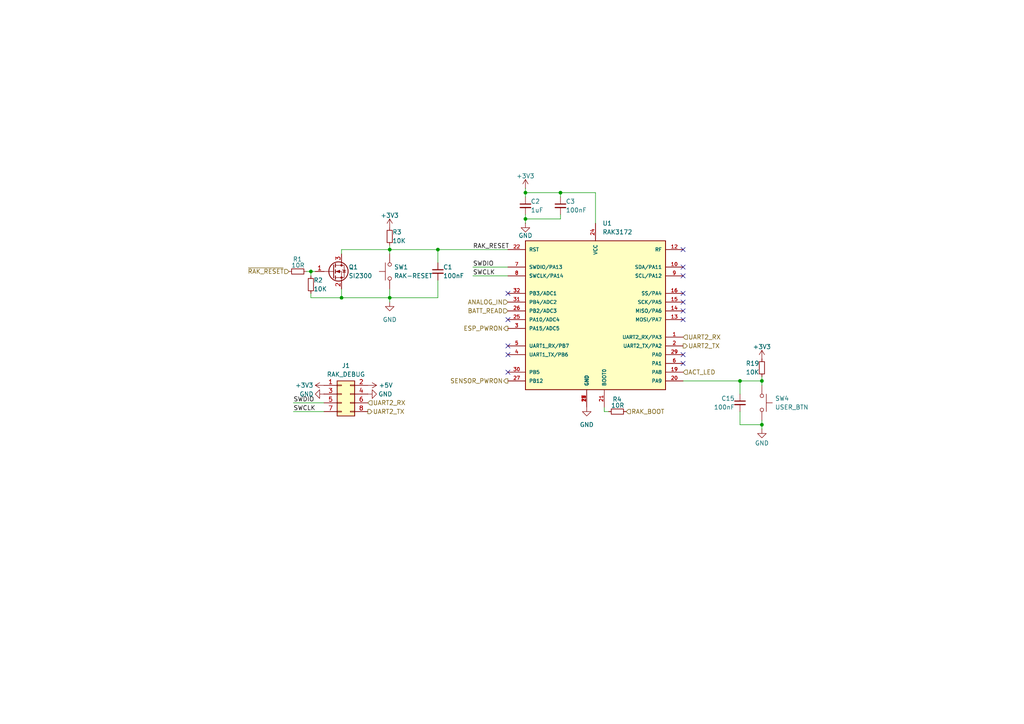
<source format=kicad_sch>
(kicad_sch (version 20231120) (generator "eeschema") (generator_version "8.0")
  (paper "A4")
  (lib_symbols
    (symbol "Connector_Generic:Conn_02x04_Odd_Even" (pin_names (offset 1.016) hide)
      (property "Reference" "J" (at 1.27 5.08 0))
      (property "Value" "Conn_02x04_Odd_Even" (at 1.27 -7.62 0))
      (symbol "Conn_02x04_Odd_Even_1_1"
        (rectangle (start -1.27 -4.953) (end 0 -5.207) (stroke (width 0.1524)))
        (rectangle (start -1.27 -2.413) (end 0 -2.667) (stroke (width 0.1524)))
        (rectangle (start -1.27 0.127) (end 0 -0.127) (stroke (width 0.1524)))
        (rectangle (start -1.27 2.667) (end 0 2.413) (stroke (width 0.1524)))
        (rectangle (start -1.27 3.81) (end 3.81 -6.35) (stroke (width 0.254)) (fill (type background)))
        (rectangle (start 3.81 -4.953) (end 2.54 -5.207) (stroke (width 0.1524)))
        (rectangle (start 3.81 -2.413) (end 2.54 -2.667) (stroke (width 0.1524)))
        (rectangle (start 3.81 0.127) (end 2.54 -0.127) (stroke (width 0.1524)))
        (rectangle (start 3.81 2.667) (end 2.54 2.413) (stroke (width 0.1524)))
        (pin passive line (at -5.08 2.54 0) (length 3.81) (name "Pin_1") (number "1"))
        (pin passive line (at 7.62 2.54 180) (length 3.81) (name "Pin_2") (number "2"))
        (pin passive line (at -5.08 0 0) (length 3.81) (name "Pin_3") (number "3"))
        (pin passive line (at 7.62 0 180) (length 3.81) (name "Pin_4") (number "4"))
        (pin passive line (at -5.08 -2.54 0) (length 3.81) (name "Pin_5") (number "5"))
        (pin passive line (at 7.62 -2.54 180) (length 3.81) (name "Pin_6") (number "6"))
        (pin passive line (at -5.08 -5.08 0) (length 3.81) (name "Pin_7") (number "7"))
        (pin passive line (at 7.62 -5.08 180) (length 3.81) (name "Pin_8") (number "8"))
      )
    )
    (symbol "Device:C_Small" (pin_numbers hide) (pin_names (offset 0.254) hide)
      (property "Reference" "C" (at 0.254 1.778 0))
      (property "Value" "C_Small" (at 0.254 -2.032 0))
      (symbol "C_Small_0_1"
        (polyline (pts (xy -1.524 -0.508) (xy 1.524 -0.508)) (stroke (width 0.3302)))
        (polyline (pts (xy -1.524 0.508) (xy 1.524 0.508)) (stroke (width 0.3048)))
      )
      (symbol "C_Small_1_1"
        (pin passive line (at 0 2.54 270) (length 2.032) (name "~") (number "1"))
        (pin passive line (at 0 -2.54 90) (length 2.032) (name "~") (number "2"))
      )
    )
    (symbol "Device:R_Small" (pin_numbers hide) (pin_names (offset 0.254) hide)
      (property "Reference" "R" (at 0.762 0.508 0))
      (property "Value" "R_Small" (at 0.762 -1.016 0))
      (symbol "R_Small_0_1"
        (rectangle (start -0.762 1.778) (end 0.762 -1.778) (stroke (width 0.2032)))
      )
      (symbol "R_Small_1_1"
        (pin passive line (at 0 2.54 270) (length 0.762) (name "~") (number "1"))
        (pin passive line (at 0 -2.54 90) (length 0.762) (name "~") (number "2"))
      )
    )
    (symbol "Libraries:RAK3172" (pin_names (offset 1.016))
      (property "Reference" "U" (at 0 0 0))
      (property "Value" "RAK3172" (at 0 0 0))
      (symbol "RAK3172_0_0"
        (rectangle (start 0 -2.54) (end 40.64 40.64) (stroke (width 0.254)) (fill (type background)))
        (pin bidirectional line (at 45.72 12.7 180) (length 5.08) (name "UART2_RX/PA3") (number "1"))
        (pin bidirectional line (at 45.72 33.02 180) (length 5.08) (name "SDA/PA11") (number "10"))
        (pin power_in line (at 17.78 -7.62 90) (length 5.08) (name "GND") (number "11"))
        (pin output line (at 45.72 38.1 180) (length 5.08) (name "RF") (number "12"))
        (pin bidirectional line (at 45.72 17.78 180) (length 5.08) (name "MOSI/PA7") (number "13"))
        (pin bidirectional line (at 45.72 20.32 180) (length 5.08) (name "MISO/PA6") (number "14"))
        (pin bidirectional line (at 45.72 22.86 180) (length 5.08) (name "SCK/PA5") (number "15"))
        (pin bidirectional line (at 45.72 25.4 180) (length 5.08) (name "SS/PA4") (number "16"))
        (pin power_in line (at 17.78 -7.62 90) (length 5.08) (name "GND") (number "17"))
        (pin power_in line (at 17.78 -7.62 90) (length 5.08) (name "GND") (number "18"))
        (pin bidirectional line (at 45.72 2.54 180) (length 5.08) (name "PA8") (number "19"))
        (pin bidirectional line (at 45.72 10.16 180) (length 5.08) (name "UART2_TX/PA2") (number "2"))
        (pin bidirectional line (at 45.72 0 180) (length 5.08) (name "PA9") (number "20"))
        (pin input line (at 22.86 -7.62 90) (length 5.08) (name "BOOT0") (number "21"))
        (pin input line (at -5.08 38.1 0) (length 5.08) (name "RST") (number "22"))
        (pin power_in line (at 17.78 -7.62 90) (length 5.08) (name "GND") (number "23"))
        (pin power_in line (at 20.32 45.72 270) (length 5.08) (name "VCC") (number "24"))
        (pin bidirectional line (at -5.08 17.78 0) (length 5.08) (name "PA10/ADC4") (number "25"))
        (pin bidirectional line (at -5.08 20.32 0) (length 5.08) (name "PB2/ADC3") (number "26"))
        (pin bidirectional line (at -5.08 0 0) (length 5.08) (name "PB12") (number "27"))
        (pin power_in line (at 17.78 -7.62 90) (length 5.08) (name "GND") (number "28"))
        (pin bidirectional line (at 45.72 7.62 180) (length 5.08) (name "PA0") (number "29"))
        (pin bidirectional line (at -5.08 15.24 0) (length 5.08) (name "PA15/ADC5") (number "3"))
        (pin bidirectional line (at -5.08 2.54 0) (length 5.08) (name "PB5") (number "30"))
        (pin bidirectional line (at -5.08 22.86 0) (length 5.08) (name "PB4/ADC2") (number "31"))
        (pin bidirectional line (at -5.08 25.4 0) (length 5.08) (name "PB3/ADC1") (number "32"))
        (pin bidirectional line (at -5.08 7.62 0) (length 5.08) (name "UART1_TX/PB6") (number "4"))
        (pin bidirectional line (at -5.08 10.16 0) (length 5.08) (name "UART1_RX/PB7") (number "5"))
        (pin bidirectional line (at 45.72 5.08 180) (length 5.08) (name "PA1") (number "6"))
        (pin bidirectional line (at -5.08 33.02 0) (length 5.08) (name "SWDIO/PA13") (number "7"))
        (pin bidirectional line (at -5.08 30.48 0) (length 5.08) (name "SWCLK/PA14") (number "8"))
        (pin bidirectional line (at 45.72 30.48 180) (length 5.08) (name "SCL/PA12") (number "9"))
      )
    )
    (symbol "Switch:SW_Push" (pin_numbers hide) (pin_names (offset 1.016) hide)
      (property "Reference" "SW" (at 1.27 2.54 0))
      (property "Value" "SW_Push" (at 0 -1.524 0))
      (symbol "SW_Push_0_1"
        (circle (center -2.032 0) (radius 0.508))
        (polyline (pts (xy 0 1.27) (xy 0 3.048)))
        (polyline (pts (xy 2.54 1.27) (xy -2.54 1.27)))
        (circle (center 2.032 0) (radius 0.508))
        (pin passive line (at -5.08 0 0) (length 2.54) (name "1") (number "1"))
        (pin passive line (at 5.08 0 180) (length 2.54) (name "2") (number "2"))
      )
    )
    (symbol "Transistor_FET:2N7002" (pin_names hide)
      (property "Reference" "Q" (at 5.08 1.905 0))
      (property "Value" "2N7002" (at 5.08 0 0))
      (symbol "2N7002_0_1"
        (polyline (pts (xy 0.254 0) (xy -2.54 0)))
        (polyline (pts (xy 0.254 1.905) (xy 0.254 -1.905)) (stroke (width 0.254)))
        (polyline (pts (xy 0.762 -1.27) (xy 0.762 -2.286)) (stroke (width 0.254)))
        (polyline (pts (xy 0.762 0.508) (xy 0.762 -0.508)) (stroke (width 0.254)))
        (polyline (pts (xy 0.762 2.286) (xy 0.762 1.27)) (stroke (width 0.254)))
        (polyline (pts (xy 2.54 2.54) (xy 2.54 1.778)))
        (polyline (pts (xy 2.54 -2.54) (xy 2.54 0) (xy 0.762 0)))
        (polyline (pts (xy 0.762 -1.778) (xy 3.302 -1.778) (xy 3.302 1.778) (xy 0.762 1.778)))
        (polyline (pts (xy 1.016 0) (xy 2.032 0.381) (xy 2.032 -0.381) (xy 1.016 0)) (fill (type outline)))
        (polyline (pts (xy 2.794 0.508) (xy 2.921 0.381) (xy 3.683 0.381) (xy 3.81 0.254)))
        (polyline (pts (xy 3.302 0.381) (xy 2.921 -0.254) (xy 3.683 -0.254) (xy 3.302 0.381)))
        (circle (center 1.651 0) (radius 2.794) (stroke (width 0.254)))
        (circle (center 2.54 -1.778) (radius 0.254) (fill (type outline)))
        (circle (center 2.54 1.778) (radius 0.254) (fill (type outline)))
      )
      (symbol "2N7002_1_1"
        (pin input line (at -5.08 0 0) (length 2.54) (name "G") (number "1"))
        (pin passive line (at 2.54 -5.08 90) (length 2.54) (name "S") (number "2"))
        (pin passive line (at 2.54 5.08 270) (length 2.54) (name "D") (number "3"))
      )
    )
    (symbol "power:+3V3" (power) (pin_numbers hide) (pin_names (offset 0) hide)
      (property "Value" "+3V3" (at 0 3.556 0))
      (symbol "+3V3_0_1"
        (polyline (pts (xy -0.762 1.27) (xy 0 2.54)))
        (polyline (pts (xy 0 0) (xy 0 2.54)))
        (polyline (pts (xy 0 2.54) (xy 0.762 1.27)))
      )
      (symbol "+3V3_1_1"
        (pin power_in line (at 0 0 90) (length 0) (name "~") (number "1"))
      )
    )
    (symbol "power:+5V" (power) (pin_names (offset 0))
      (property "Value" "+5V" (at 0 3.556 0))
      (symbol "+5V_0_1"
        (polyline (pts (xy -0.762 1.27) (xy 0 2.54)))
        (polyline (pts (xy 0 0) (xy 0 2.54)))
        (polyline (pts (xy 0 2.54) (xy 0.762 1.27)))
      )
      (symbol "+5V_1_1"
        (pin power_in line (at 0 0 90) (length 0) hide (name "+5V") (number "1"))
      )
    )
    (symbol "power:GND" (power) (pin_numbers hide) (pin_names (offset 0) hide)
      (property "Value" "GND" (at 0 -3.81 0))
      (symbol "GND_0_1"
        (polyline (pts (xy 0 0) (xy 0 -1.27) (xy 1.27 -1.27) (xy 0 -2.54) (xy -1.27 -1.27) (xy 0 -1.27)))
      )
      (symbol "GND_1_1"
        (pin power_in line (at 0 0 270) (length 0) (name "~") (number "1"))
      )
    )
  )
  (junction (at 90.17 78.74))
  (junction (at 220.98 123.19))
  (junction (at 162.56 55.88))
  (junction (at 220.98 110.49))
  (junction (at 152.4 63.5))
  (junction (at 127 72.39))
  (junction (at 99.06 86.36))
  (junction (at 113.03 72.39))
  (junction (at 152.4 55.88))
  (junction (at 214.63 110.49))
  (junction (at 113.03 86.36))
  (no_connect (at 198.12 90.17))
  (no_connect (at 198.12 102.87))
  (no_connect (at 147.32 92.71))
  (no_connect (at 147.32 107.95))
  (no_connect (at 147.32 100.33))
  (no_connect (at 198.12 92.71))
  (no_connect (at 198.12 80.01))
  (no_connect (at 147.32 85.09))
  (no_connect (at 198.12 77.47))
  (no_connect (at 198.12 105.41))
  (no_connect (at 147.32 102.87))
  (no_connect (at 198.12 72.39))
  (no_connect (at 198.12 85.09))
  (no_connect (at 198.12 87.63))
  (wire (pts (xy 172.72 55.88) (xy 162.56 55.88)))
  (wire (pts (xy 152.4 62.23) (xy 152.4 63.5)))
  (wire (pts (xy 99.06 72.39) (xy 113.03 72.39)))
  (wire (pts (xy 220.98 121.92) (xy 220.98 123.19)))
  (wire (pts (xy 214.63 110.49) (xy 214.63 114.3)))
  (wire (pts (xy 99.06 86.36) (xy 113.03 86.36)))
  (wire (pts (xy 152.4 63.5) (xy 152.4 64.77)))
  (wire (pts (xy 220.98 110.49) (xy 214.63 110.49)))
  (wire (pts (xy 88.9 78.74) (xy 90.17 78.74)))
  (wire (pts (xy 137.16 80.01) (xy 147.32 80.01)))
  (wire (pts (xy 85.09 116.84) (xy 93.98 116.84)))
  (wire (pts (xy 127 81.28) (xy 127 86.36)))
  (wire (pts (xy 214.63 119.38) (xy 214.63 123.19)))
  (wire (pts (xy 220.98 123.19) (xy 220.98 124.46)))
  (wire (pts (xy 175.26 119.38) (xy 176.53 119.38)))
  (wire (pts (xy 113.03 86.36) (xy 127 86.36)))
  (wire (pts (xy 172.72 64.77) (xy 172.72 55.88)))
  (wire (pts (xy 152.4 63.5) (xy 162.56 63.5)))
  (wire (pts (xy 113.03 86.36) (xy 113.03 87.63)))
  (wire (pts (xy 198.12 110.49) (xy 214.63 110.49)))
  (wire (pts (xy 113.03 83.82) (xy 113.03 86.36)))
  (wire (pts (xy 99.06 73.66) (xy 99.06 72.39)))
  (wire (pts (xy 220.98 111.76) (xy 220.98 110.49)))
  (wire (pts (xy 99.06 83.82) (xy 99.06 86.36)))
  (wire (pts (xy 90.17 80.01) (xy 90.17 78.74)))
  (wire (pts (xy 220.98 123.19) (xy 214.63 123.19)))
  (wire (pts (xy 162.56 55.88) (xy 162.56 57.15)))
  (wire (pts (xy 113.03 71.12) (xy 113.03 72.39)))
  (wire (pts (xy 152.4 57.15) (xy 152.4 55.88)))
  (wire (pts (xy 152.4 55.88) (xy 162.56 55.88)))
  (wire (pts (xy 113.03 73.66) (xy 113.03 72.39)))
  (wire (pts (xy 152.4 54.61) (xy 152.4 55.88)))
  (wire (pts (xy 137.16 77.47) (xy 147.32 77.47)))
  (wire (pts (xy 175.26 119.38) (xy 175.26 118.11)))
  (wire (pts (xy 162.56 63.5) (xy 162.56 62.23)))
  (wire (pts (xy 220.98 109.22) (xy 220.98 110.49)))
  (wire (pts (xy 85.09 119.38) (xy 93.98 119.38)))
  (wire (pts (xy 90.17 85.09) (xy 90.17 86.36)))
  (wire (pts (xy 90.17 78.74) (xy 91.44 78.74)))
  (wire (pts (xy 113.03 72.39) (xy 127 72.39)))
  (wire (pts (xy 127 72.39) (xy 127 76.2)))
  (wire (pts (xy 90.17 86.36) (xy 99.06 86.36)))
  (wire (pts (xy 127 72.39) (xy 147.32 72.39)))
  (label "SWCLK" (at 85.09 119.38 0))
  (label "SWCLK" (at 137.16 80.01 0))
  (label "SWDIO" (at 137.16 77.47 0))
  (label "SWDIO" (at 85.09 116.84 0))
  (label "RAK_RESET" (at 137.16 72.39 0))
  (hierarchical_label "UART2_RX" (shape input) (at 198.12 97.79 0))
  (hierarchical_label "ESP_PWRON" (shape output) (at 147.32 95.25 180))
  (hierarchical_label "UART2_TX" (shape output) (at 198.12 100.33 0))
  (hierarchical_label "~{RAK_RESET}" (shape input) (at 83.82 78.74 180))
  (hierarchical_label "SENSOR_PWRON" (shape output) (at 147.32 110.49 180))
  (hierarchical_label "UART2_TX" (shape output) (at 106.68 119.38 0))
  (hierarchical_label "ACT_LED" (shape input) (at 198.12 107.95 0))
  (hierarchical_label "RAK_BOOT" (shape input) (at 181.61 119.38 0))
  (hierarchical_label "ANALOG_IN" (shape input) (at 147.32 87.63 180))
  (hierarchical_label "BATT_READ" (shape input) (at 147.32 90.17 180))
  (hierarchical_label "UART2_RX" (shape input) (at 106.68 116.84 0))
  (symbol (lib_id "Switch:SW_Push") (at 113.03 78.74 90) (unit 1)
    (property "Reference" "SW1" (at 114.3 77.4699 90) (effects (justify right)))
    (property "Value" "RAK-RESET" (at 114.3 80.0099 90) (effects (justify right)))
    (property "Footprint" "Footprints:Switch_Tactile_6x6_Horizontal" (effects (hide yes)))
    (property "Description" "Push button switch, generic, two pins" (effects (hide yes)))
  )
  (symbol (lib_id "Connector_Generic:Conn_02x04_Odd_Even") (at 99.06 114.3 0) (unit 1)
    (property "Reference" "J1" (at 100.33 106.045 0))
    (property "Value" "RAK_DEBUG" (at 100.33 108.585 0))
    (property "Footprint" "Connector_PinHeader_2.54mm:PinHeader_2x04_P2.54mm_Vertical" (effects (hide yes)))
  )
  (symbol (lib_id "power:GND") (at 220.98 124.46 0) (mirror y) (unit 1)
    (property "Reference" "#PWR041" (effects (hide yes)))
    (property "Value" "GND" (at 220.98 128.524 0))
    (property "Description" "Power symbol creates a global label with name \"GND\" , ground" (effects (hide yes)))
  )
  (symbol (lib_id "Transistor_FET:2N7002") (at 96.52 78.74 0) (unit 1)
    (property "Reference" "Q1" (at 101.092 77.47 0) (effects (justify left)))
    (property "Value" "SI2300" (at 101.092 80.01 0) (effects (justify left)))
    (property "Footprint" "Footprints:SOT23-3" (effects (hide yes)))
    (property "Datasheet" "https://www.onsemi.com/pub/Collateral/NDS7002A-D.PDF" (effects (hide yes)))
    (property "Description" "0.115A Id, 60V Vds, N-Channel MOSFET, SOT-23" (effects (hide yes)))
  )
  (symbol (lib_id "Device:R_Small") (at 90.17 82.55 0) (unit 1)
    (property "Reference" "R2" (at 90.932 81.28 0) (effects (justify left)))
    (property "Value" "10K" (at 90.932 83.82 0) (effects (justify left)))
    (property "Footprint" "Footprints:R_0603" (effects (hide yes)))
    (property "Description" "Resistor, small symbol" (effects (hide yes)))
  )
  (symbol (lib_id "power:GND") (at 113.03 87.63 0) (unit 1)
    (property "Reference" "#PWR06" (effects (hide yes)))
    (property "Value" "GND" (at 113.03 92.71 0))
    (property "Description" "Power symbol creates a global label with name \"GND\" , ground" (effects (hide yes)))
  )
  (symbol (lib_id "power:+5V") (at 106.68 111.76 270) (unit 1)
    (property "Reference" "#PWR03" (effects (hide yes)))
    (property "Value" "+5V" (at 109.855 111.76 90) (effects (justify left)))
  )
  (symbol (lib_id "power:GND") (at 93.98 114.3 270) (unit 1)
    (property "Reference" "#PWR02" (effects (hide yes)))
    (property "Value" "GND" (at 88.9 114.3 90))
  )
  (symbol (lib_id "Switch:SW_Push") (at 220.98 116.84 270) (mirror x) (unit 1)
    (property "Reference" "SW4" (at 224.79 115.5699 90) (effects (justify left)))
    (property "Value" "USER_BTN" (at 224.79 118.1099 90) (effects (justify left)))
    (property "Footprint" "Footprints:Switch_Tactile_6x6_Horizontal" (effects (hide yes)))
    (property "Description" "Push button switch, generic, two pins" (effects (hide yes)))
  )
  (symbol (lib_id "Device:C_Small") (at 127 78.74 0) (unit 1)
    (property "Reference" "C1" (at 128.524 77.47 0) (effects (justify left)))
    (property "Value" "100nF" (at 128.524 80.01 0) (effects (justify left)))
    (property "Footprint" "Footprints:C_0603" (effects (hide yes)))
    (property "Description" "Unpolarized capacitor, small symbol" (effects (hide yes)))
  )
  (symbol (lib_id "Device:R_Small") (at 86.36 78.74 90) (unit 1)
    (property "Reference" "R1" (at 87.63 75.184 90) (effects (justify left)))
    (property "Value" "10R" (at 88.392 76.962 90) (effects (justify left)))
    (property "Footprint" "Footprints:R_0603" (effects (hide yes)))
    (property "Description" "Resistor, small symbol" (effects (hide yes)))
  )
  (symbol (lib_id "power:GND") (at 152.4 64.77 0) (unit 1)
    (property "Reference" "#PWR08" (effects (hide yes)))
    (property "Value" "GND" (at 152.4 68.326 0))
    (property "Description" "Power symbol creates a global label with name \"GND\" , ground" (effects (hide yes)))
  )
  (symbol (lib_id "Device:C_Small") (at 152.4 59.69 0) (unit 1)
    (property "Reference" "C2" (at 153.924 58.42 0) (effects (justify left)))
    (property "Value" "1uF" (at 153.924 60.96 0) (effects (justify left)))
    (property "Footprint" "Footprints:C_0603" (effects (hide yes)))
    (property "Description" "Unpolarized capacitor, small symbol" (effects (hide yes)))
  )
  (symbol (lib_id "Device:C_Small") (at 214.63 116.84 0) (mirror y) (unit 1)
    (property "Reference" "C15" (at 213.106 115.57 0) (effects (justify left)))
    (property "Value" "100nF" (at 213.106 118.11 0) (effects (justify left)))
    (property "Footprint" "Footprints:C_0603" (effects (hide yes)))
    (property "Description" "Unpolarized capacitor, small symbol" (effects (hide yes)))
  )
  (symbol (lib_id "power:GND") (at 106.68 114.3 90) (unit 1)
    (property "Reference" "#PWR04" (effects (hide yes)))
    (property "Value" "GND" (at 111.76 114.3 90))
  )
  (symbol (lib_id "power:+3V3") (at 220.98 104.14 0) (mirror y) (unit 1)
    (property "Reference" "#PWR024" (effects (hide yes)))
    (property "Value" "+3V3" (at 220.98 100.584 0))
    (property "Description" "Power symbol creates a global label with name \"+3V3\"" (effects (hide yes)))
  )
  (symbol (lib_id "Device:R_Small") (at 179.07 119.38 90) (unit 1)
    (property "Reference" "R4" (at 180.34 115.824 90) (effects (justify left)))
    (property "Value" "10R" (at 181.102 117.602 90) (effects (justify left)))
    (property "Footprint" "Footprints:R_0603" (effects (hide yes)))
    (property "Description" "Resistor, small symbol" (effects (hide yes)))
  )
  (symbol (lib_id "power:+3V3") (at 93.98 111.76 90) (unit 1)
    (property "Reference" "#PWR01" (effects (hide yes)))
    (property "Value" "+3V3" (at 88.265 111.76 90))
  )
  (symbol (lib_id "Device:R_Small") (at 113.03 68.58 0) (unit 1)
    (property "Reference" "R3" (at 113.792 67.31 0) (effects (justify left)))
    (property "Value" "10K" (at 113.792 69.85 0) (effects (justify left)))
    (property "Footprint" "Footprints:R_0603" (effects (hide yes)))
    (property "Description" "Resistor, small symbol" (effects (hide yes)))
  )
  (symbol (lib_id "power:+3V3") (at 113.03 66.04 0) (unit 1)
    (property "Reference" "#PWR05" (effects (hide yes)))
    (property "Value" "+3V3" (at 113.03 62.484 0))
    (property "Description" "Power symbol creates a global label with name \"+3V3\"" (effects (hide yes)))
  )
  (symbol (lib_id "power:+3V3") (at 152.4 54.61 0) (unit 1)
    (property "Reference" "#PWR07" (effects (hide yes)))
    (property "Value" "+3V3" (at 152.4 51.054 0))
    (property "Description" "Power symbol creates a global label with name \"+3V3\"" (effects (hide yes)))
  )
  (symbol (lib_id "Libraries:RAK3172") (at 152.4 110.49 0) (unit 1)
    (property "Reference" "U1" (at 174.7394 64.77 0) (effects (justify left)))
    (property "Value" "RAK3172" (at 174.7394 67.31 0) (effects (justify left)))
    (property "Footprint" "Footprints:RAK3172" (effects (hide yes)))
    (property "MF" "Shenzhen RAKwireless Technology Co.,Ltd." (effects (hide yes)))
    (property "Description_1" "\nRAK3172 is a low-power long-range transceiver module based on the STM32WLE5CC chip. It provides an easy-to-use, small-size, low-power solution for long range wireless data applications\n" (effects (hide yes)))
    (property "Package" "Package" (effects (hide yes)))
    (property "Price" "None" (effects (hide yes)))
    (property "SnapEDA_Link" "https://www.snapeda.com/parts/RAK3172/Shenzhen+RAKwireless+Technology+Co.%252CLtd./view-part/?ref=snap" (effects (hide yes)))
    (property "MP" "RAK3172" (effects (hide yes)))
    (property "Availability" "Not in stock" (effects (hide yes)))
    (property "Check_prices" "https://www.snapeda.com/parts/RAK3172/Shenzhen+RAKwireless+Technology+Co.%252CLtd./view-part/?ref=eda" (effects (hide yes)))
  )
  (symbol (lib_id "power:GND") (at 170.18 118.11 0) (unit 1)
    (property "Reference" "#PWR09" (effects (hide yes)))
    (property "Value" "GND" (at 170.18 123.19 0))
    (property "Description" "Power symbol creates a global label with name \"GND\" , ground" (effects (hide yes)))
  )
  (symbol (lib_id "Device:R_Small") (at 220.98 106.68 0) (mirror y) (unit 1)
    (property "Reference" "R19" (at 220.218 105.41 0) (effects (justify left)))
    (property "Value" "10K" (at 220.218 107.95 0) (effects (justify left)))
    (property "Footprint" "Footprints:R_0603" (effects (hide yes)))
    (property "Description" "Resistor, small symbol" (effects (hide yes)))
  )
  (symbol (lib_id "Device:C_Small") (at 162.56 59.69 0) (unit 1)
    (property "Reference" "C3" (at 164.084 58.42 0) (effects (justify left)))
    (property "Value" "100nF" (at 164.084 60.96 0) (effects (justify left)))
    (property "Footprint" "Footprints:C_0603" (effects (hide yes)))
    (property "Description" "Unpolarized capacitor, small symbol" (effects (hide yes)))
  )
)
</source>
